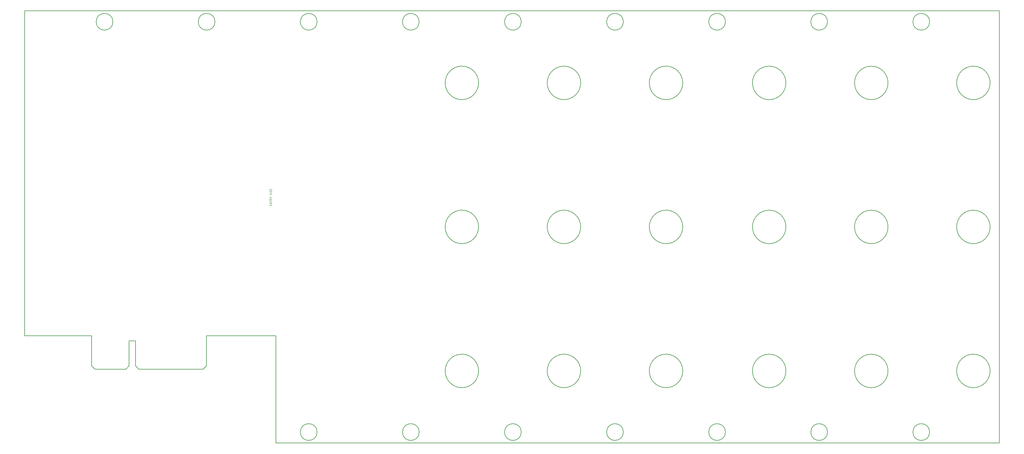
<source format=gbr>
G04 #@! TF.GenerationSoftware,KiCad,Pcbnew,6.0.7-f9a2dced07~116~ubuntu22.04.1*
G04 #@! TF.CreationDate,2023-05-03T15:08:04+01:00*
G04 #@! TF.ProjectId,hiltop_backplane_brd,68696c74-6f70-45f6-9261-636b706c616e,A*
G04 #@! TF.SameCoordinates,Original*
G04 #@! TF.FileFunction,Other,Comment*
%FSLAX46Y46*%
G04 Gerber Fmt 4.6, Leading zero omitted, Abs format (unit mm)*
G04 Created by KiCad (PCBNEW 6.0.7-f9a2dced07~116~ubuntu22.04.1) date 2023-05-03 15:08:04*
%MOMM*%
%LPD*%
G01*
G04 APERTURE LIST*
G04 #@! TA.AperFunction,Profile*
%ADD10C,0.150000*%
G04 #@! TD*
%ADD11C,0.060000*%
%ADD12C,0.150000*%
G04 APERTURE END LIST*
D10*
X179840000Y-50700000D02*
G75*
G03*
X179840000Y-50700000I-5000000J0D01*
G01*
X210320000Y-50700000D02*
G75*
G03*
X210320000Y-50700000I-5000000J0D01*
G01*
X240800000Y-50700000D02*
G75*
G03*
X240800000Y-50700000I-5000000J0D01*
G01*
X210320000Y-93700000D02*
G75*
G03*
X210320000Y-93700000I-5000000J0D01*
G01*
X240800000Y-93700000D02*
G75*
G03*
X240800000Y-93700000I-5000000J0D01*
G01*
X179840000Y-136700000D02*
G75*
G03*
X179840000Y-136700000I-5000000J0D01*
G01*
X210320000Y-136700000D02*
G75*
G03*
X210320000Y-136700000I-5000000J0D01*
G01*
X240800000Y-136700000D02*
G75*
G03*
X240800000Y-136700000I-5000000J0D01*
G01*
X179840000Y-93700000D02*
G75*
G03*
X179840000Y-93700000I-5000000J0D01*
G01*
X271600000Y-136700000D02*
G75*
G03*
X271600000Y-136700000I-5000000J0D01*
G01*
X65300000Y-136200000D02*
X74500000Y-136200000D01*
X75500000Y-135200000D02*
X75500000Y-127700000D01*
X98600000Y-126200000D02*
X119300000Y-126200000D01*
X302080000Y-136700000D02*
G75*
G03*
X302080000Y-136700000I-5000000J0D01*
G01*
X332560000Y-93700000D02*
G75*
G03*
X332560000Y-93700000I-5000000J0D01*
G01*
X75500000Y-135200000D02*
X74500000Y-136200000D01*
X97600000Y-136200000D02*
X98600000Y-135200000D01*
X332560000Y-50700000D02*
G75*
G03*
X332560000Y-50700000I-5000000J0D01*
G01*
X271600000Y-50700000D02*
G75*
G03*
X271600000Y-50700000I-5000000J0D01*
G01*
X302080000Y-93700000D02*
G75*
G03*
X302080000Y-93700000I-5000000J0D01*
G01*
X44300000Y-29200000D02*
X335300000Y-29200000D01*
X64300000Y-135200000D02*
X64300000Y-126200000D01*
X271600000Y-93700000D02*
G75*
G03*
X271600000Y-93700000I-5000000J0D01*
G01*
X332560000Y-136700000D02*
G75*
G03*
X332560000Y-136700000I-5000000J0D01*
G01*
X77400000Y-135200000D02*
X78400000Y-136200000D01*
X119300000Y-136200000D02*
X119300000Y-158200000D01*
X44300000Y-126200000D02*
X44300000Y-29200000D01*
X119300000Y-126200000D02*
X119300000Y-136200000D01*
X78400000Y-136200000D02*
X97600000Y-136200000D01*
X64300000Y-135200000D02*
X65300000Y-136200000D01*
X75500000Y-127700000D02*
X77400000Y-127700000D01*
X98600000Y-135200000D02*
X98600000Y-127700000D01*
X335300000Y-29200000D02*
X335300000Y-158200000D01*
X302080000Y-50700000D02*
G75*
G03*
X302080000Y-50700000I-5000000J0D01*
G01*
X98600000Y-127700000D02*
X98600000Y-126200000D01*
X335300000Y-158200000D02*
X119300000Y-158200000D01*
X77400000Y-127700000D02*
X77400000Y-135200000D01*
X64300000Y-126200000D02*
X44300000Y-126200000D01*
D11*
X117757142Y-87257142D02*
X117757142Y-87057142D01*
X118071428Y-86971428D02*
X118071428Y-87257142D01*
X117471428Y-87257142D01*
X117471428Y-86971428D01*
X118071428Y-86714285D02*
X117471428Y-86714285D01*
X118071428Y-86371428D01*
X117471428Y-86371428D01*
X117471428Y-86171428D02*
X117471428Y-85828571D01*
X118071428Y-86000000D02*
X117471428Y-86000000D01*
X118071428Y-85285714D02*
X117785714Y-85485714D01*
X118071428Y-85628571D02*
X117471428Y-85628571D01*
X117471428Y-85400000D01*
X117500000Y-85342857D01*
X117528571Y-85314285D01*
X117585714Y-85285714D01*
X117671428Y-85285714D01*
X117728571Y-85314285D01*
X117757142Y-85342857D01*
X117785714Y-85400000D01*
X117785714Y-85628571D01*
X117785714Y-84914285D02*
X118071428Y-84914285D01*
X117471428Y-85114285D02*
X117785714Y-84914285D01*
X117471428Y-84714285D01*
X118042857Y-84085714D02*
X118071428Y-84000000D01*
X118071428Y-83857142D01*
X118042857Y-83800000D01*
X118014285Y-83771428D01*
X117957142Y-83742857D01*
X117900000Y-83742857D01*
X117842857Y-83771428D01*
X117814285Y-83800000D01*
X117785714Y-83857142D01*
X117757142Y-83971428D01*
X117728571Y-84028571D01*
X117700000Y-84057142D01*
X117642857Y-84085714D01*
X117585714Y-84085714D01*
X117528571Y-84057142D01*
X117500000Y-84028571D01*
X117471428Y-83971428D01*
X117471428Y-83828571D01*
X117500000Y-83742857D01*
X118071428Y-83485714D02*
X117471428Y-83485714D01*
X118071428Y-83200000D02*
X117471428Y-83200000D01*
X117471428Y-83057142D01*
X117500000Y-82971428D01*
X117557142Y-82914285D01*
X117614285Y-82885714D01*
X117728571Y-82857142D01*
X117814285Y-82857142D01*
X117928571Y-82885714D01*
X117985714Y-82914285D01*
X118042857Y-82971428D01*
X118071428Y-83057142D01*
X118071428Y-83200000D01*
X117757142Y-82600000D02*
X117757142Y-82400000D01*
X118071428Y-82314285D02*
X118071428Y-82600000D01*
X117471428Y-82600000D01*
X117471428Y-82314285D01*
D12*
X314500000Y-32450000D02*
G75*
G03*
X314500000Y-32450000I-2500000J0D01*
G01*
X131620000Y-32450000D02*
G75*
G03*
X131620000Y-32450000I-2500000J0D01*
G01*
X284020000Y-32450000D02*
G75*
G03*
X284020000Y-32450000I-2500000J0D01*
G01*
X131620000Y-154950000D02*
G75*
G03*
X131620000Y-154950000I-2500000J0D01*
G01*
X162100000Y-154950000D02*
G75*
G03*
X162100000Y-154950000I-2500000J0D01*
G01*
X101140000Y-32450000D02*
G75*
G03*
X101140000Y-32450000I-2500000J0D01*
G01*
X223060000Y-154950000D02*
G75*
G03*
X223060000Y-154950000I-2500000J0D01*
G01*
X192580000Y-32450000D02*
G75*
G03*
X192580000Y-32450000I-2500000J0D01*
G01*
X223060000Y-32450000D02*
G75*
G03*
X223060000Y-32450000I-2500000J0D01*
G01*
X253540000Y-32450000D02*
G75*
G03*
X253540000Y-32450000I-2500000J0D01*
G01*
X70660000Y-32450000D02*
G75*
G03*
X70660000Y-32450000I-2500000J0D01*
G01*
X162100000Y-32450000D02*
G75*
G03*
X162100000Y-32450000I-2500000J0D01*
G01*
X192580000Y-154950000D02*
G75*
G03*
X192580000Y-154950000I-2500000J0D01*
G01*
X284020000Y-154950000D02*
G75*
G03*
X284020000Y-154950000I-2500000J0D01*
G01*
X253540000Y-154950000D02*
G75*
G03*
X253540000Y-154950000I-2500000J0D01*
G01*
X314500000Y-154950000D02*
G75*
G03*
X314500000Y-154950000I-2500000J0D01*
G01*
M02*

</source>
